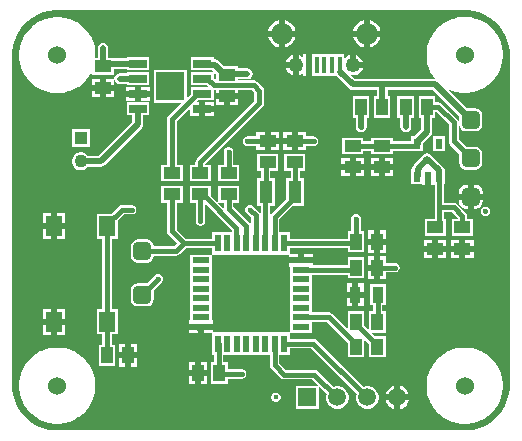
<source format=gtl>
G04*
G04 #@! TF.GenerationSoftware,Altium Limited,Altium Designer,21.9.2 (33)*
G04*
G04 Layer_Physical_Order=1*
G04 Layer_Color=255*
%FSLAX25Y25*%
%MOIN*%
G70*
G04*
G04 #@! TF.SameCoordinates,966C8154-A70F-4D01-A40B-C349B40C5DFB*
G04*
G04*
G04 #@! TF.FilePolarity,Positive*
G04*
G01*
G75*
%ADD16R,0.05512X0.03937*%
%ADD17R,0.05512X0.06693*%
%ADD18R,0.01575X0.05512*%
%ADD19R,0.09409X0.09409*%
%ADD20R,0.06004X0.02559*%
%ADD21R,0.03937X0.05512*%
G04:AMPARAMS|DCode=22|XSize=60mil|YSize=60mil|CornerRadius=15mil|HoleSize=0mil|Usage=FLASHONLY|Rotation=90.000|XOffset=0mil|YOffset=0mil|HoleType=Round|Shape=RoundedRectangle|*
%AMROUNDEDRECTD22*
21,1,0.06000,0.03000,0,0,90.0*
21,1,0.03000,0.06000,0,0,90.0*
1,1,0.03000,0.01500,0.01500*
1,1,0.03000,0.01500,-0.01500*
1,1,0.03000,-0.01500,-0.01500*
1,1,0.03000,-0.01500,0.01500*
%
%ADD22ROUNDEDRECTD22*%
G04:AMPARAMS|DCode=23|XSize=60mil|YSize=60mil|CornerRadius=15mil|HoleSize=0mil|Usage=FLASHONLY|Rotation=0.000|XOffset=0mil|YOffset=0mil|HoleType=Round|Shape=RoundedRectangle|*
%AMROUNDEDRECTD23*
21,1,0.06000,0.03000,0,0,0.0*
21,1,0.03000,0.06000,0,0,0.0*
1,1,0.03000,0.01500,-0.01500*
1,1,0.03000,-0.01500,-0.01500*
1,1,0.03000,-0.01500,0.01500*
1,1,0.03000,0.01500,0.01500*
%
%ADD23ROUNDEDRECTD23*%
%ADD24R,0.02362X0.05807*%
%ADD25R,0.05807X0.02362*%
%ADD26R,0.04331X0.07480*%
%ADD27R,0.03543X0.05512*%
%ADD28R,0.02362X0.03543*%
%ADD50C,0.01500*%
%ADD51C,0.01968*%
%ADD52C,0.06000*%
%ADD53C,0.07284*%
%ADD54C,0.04921*%
%ADD55R,0.05906X0.05906*%
%ADD56C,0.05906*%
%ADD57C,0.04331*%
%ADD58R,0.04331X0.04331*%
%ADD59C,0.01575*%
G36*
X154497Y140674D02*
X156389Y140167D01*
X158199Y139417D01*
X159896Y138437D01*
X161450Y137245D01*
X162835Y135860D01*
X164028Y134305D01*
X165007Y132609D01*
X165757Y130798D01*
X166264Y128906D01*
X166520Y126964D01*
Y125984D01*
Y15748D01*
Y14769D01*
X166264Y12826D01*
X165757Y10934D01*
X165007Y9124D01*
X164028Y7427D01*
X162835Y5873D01*
X161450Y4487D01*
X159896Y3295D01*
X158199Y2315D01*
X156389Y1565D01*
X154497Y1058D01*
X152554Y803D01*
X14769D01*
X12826Y1058D01*
X10934Y1565D01*
X9124Y2315D01*
X7427Y3295D01*
X5873Y4487D01*
X4487Y5873D01*
X3295Y7427D01*
X2315Y9124D01*
X1565Y10934D01*
X1058Y12826D01*
X803Y14769D01*
Y15748D01*
Y125984D01*
Y126964D01*
X1058Y128906D01*
X1565Y130798D01*
X2315Y132609D01*
X3295Y134305D01*
X4487Y135859D01*
X5873Y137245D01*
X7427Y138437D01*
X9124Y139417D01*
X10934Y140167D01*
X12826Y140674D01*
X14769Y140929D01*
X152554D01*
X154497Y140674D01*
D02*
G37*
%LPC*%
G36*
X152358Y138696D02*
X150796D01*
X150744Y138686D01*
X150690Y138689D01*
X149141Y138485D01*
X149090Y138468D01*
X149037Y138464D01*
X147528Y138060D01*
X147480Y138036D01*
X147427Y138026D01*
X145984Y137428D01*
X145939Y137398D01*
X145888Y137381D01*
X144535Y136600D01*
X144495Y136564D01*
X144447Y136540D01*
X143208Y135590D01*
X143172Y135549D01*
X143127Y135519D01*
X142023Y134415D01*
X141993Y134370D01*
X141953Y134335D01*
X141002Y133095D01*
X140978Y133047D01*
X140942Y133007D01*
X140161Y131654D01*
X140144Y131603D01*
X140114Y131558D01*
X139516Y130115D01*
X139506Y130062D01*
X139482Y130014D01*
X139078Y128505D01*
X139074Y128452D01*
X139057Y128401D01*
X138853Y126852D01*
X138857Y126798D01*
X138846Y126746D01*
Y125965D01*
Y125184D01*
X138857Y125131D01*
X138853Y125077D01*
X139057Y123529D01*
X139074Y123478D01*
X139078Y123424D01*
X139482Y121915D01*
X139506Y121867D01*
X139516Y121814D01*
X140104Y120396D01*
X140134Y120351D01*
X140151Y120300D01*
X140901Y119002D01*
X140936Y118961D01*
X140960Y118913D01*
X141615Y118059D01*
X124114D01*
X123619Y117961D01*
X114927D01*
X113672Y119216D01*
X113816Y119177D01*
X114727D01*
X115607Y119413D01*
X116396Y119869D01*
X117041Y120513D01*
X117496Y121302D01*
X117586Y121638D01*
X114272D01*
Y122638D01*
X113272D01*
Y125952D01*
X112936Y125863D01*
X112147Y125407D01*
X111503Y124763D01*
X111430Y124637D01*
Y126194D01*
X101394D01*
Y126394D01*
X100606D01*
Y126194D01*
X100578D01*
Y122638D01*
Y119082D01*
X100606D01*
Y118882D01*
X101394D01*
Y119082D01*
X108660D01*
X112887Y114855D01*
X112887Y114855D01*
X113477Y114461D01*
X114173Y114322D01*
X122196D01*
Y112217D01*
X121247D01*
Y105105D01*
X126784D01*
Y112217D01*
X125835D01*
Y114421D01*
X140880D01*
X149698Y105603D01*
Y102831D01*
X149877Y101933D01*
X150385Y101172D01*
X151146Y100664D01*
X152043Y100486D01*
X155043D01*
X155941Y100664D01*
X156702Y101172D01*
X157210Y101933D01*
X157388Y102831D01*
Y105831D01*
X157210Y106728D01*
X156702Y107489D01*
X155941Y107997D01*
X155043Y108176D01*
X152271D01*
X145782Y114665D01*
X145846Y114628D01*
X145897Y114610D01*
X145942Y114580D01*
X147385Y113983D01*
X147438Y113972D01*
X147486Y113948D01*
X148995Y113544D01*
X149049Y113541D01*
X149100Y113523D01*
X150648Y113319D01*
X150702Y113323D01*
X150755Y113312D01*
X152317D01*
X152370Y113323D01*
X152423Y113319D01*
X153972Y113523D01*
X154023Y113541D01*
X154077Y113544D01*
X155585Y113948D01*
X155633Y113972D01*
X155686Y113983D01*
X157129Y114580D01*
X157174Y114610D01*
X157225Y114628D01*
X158578Y115409D01*
X158618Y115444D01*
X158667Y115468D01*
X159906Y116419D01*
X159941Y116459D01*
X159986Y116489D01*
X161090Y117594D01*
X161120Y117638D01*
X161161Y117674D01*
X162112Y118913D01*
X162135Y118961D01*
X162171Y119002D01*
X162952Y120354D01*
X162969Y120405D01*
X162999Y120450D01*
X163597Y121893D01*
X163607Y121946D01*
X163631Y121994D01*
X164035Y123503D01*
X164039Y123557D01*
X164056Y123608D01*
X164260Y125156D01*
X164257Y125210D01*
X164267Y125263D01*
Y126044D01*
Y126825D01*
X164257Y126877D01*
X164260Y126931D01*
X164056Y128480D01*
X164039Y128531D01*
X164035Y128584D01*
X163631Y130093D01*
X163607Y130141D01*
X163597Y130194D01*
X163009Y131613D01*
X162979Y131658D01*
X162962Y131709D01*
X162212Y133007D01*
X162177Y133047D01*
X162153Y133095D01*
X161202Y134335D01*
X161162Y134370D01*
X161132Y134415D01*
X160028Y135519D01*
X159983Y135549D01*
X159947Y135590D01*
X158708Y136540D01*
X158660Y136564D01*
X158619Y136600D01*
X157267Y137381D01*
X157216Y137398D01*
X157171Y137428D01*
X155728Y138026D01*
X155675Y138036D01*
X155627Y138060D01*
X154118Y138464D01*
X154064Y138468D01*
X154013Y138485D01*
X152465Y138689D01*
X152411Y138686D01*
X152358Y138696D01*
D02*
G37*
G36*
X16568Y138578D02*
X15006D01*
X14953Y138568D01*
X14900Y138571D01*
X13351Y138367D01*
X13300Y138350D01*
X13246Y138346D01*
X11738Y137942D01*
X11689Y137918D01*
X11637Y137908D01*
X10193Y137310D01*
X10149Y137280D01*
X10098Y137263D01*
X8745Y136482D01*
X8705Y136446D01*
X8656Y136423D01*
X7417Y135472D01*
X7382Y135431D01*
X7337Y135401D01*
X6233Y134297D01*
X6202Y134252D01*
X6162Y134217D01*
X5211Y132977D01*
X5187Y132929D01*
X5152Y132889D01*
X4371Y131536D01*
X4354Y131485D01*
X4324Y131440D01*
X3726Y129997D01*
X3715Y129945D01*
X3692Y129896D01*
X3288Y128387D01*
X3284Y128334D01*
X3267Y128283D01*
X3063Y126734D01*
X3066Y126681D01*
X3056Y126628D01*
Y125847D01*
Y125066D01*
X3066Y125013D01*
X3063Y124959D01*
X3267Y123411D01*
X3284Y123360D01*
X3288Y123306D01*
X3669Y121882D01*
X3693Y121834D01*
X3703Y121781D01*
X4287Y120371D01*
X4317Y120326D01*
X4335Y120275D01*
X5116Y118923D01*
X5151Y118882D01*
X5175Y118834D01*
X6126Y117595D01*
X6166Y117559D01*
X6196Y117515D01*
X7300Y116410D01*
X7345Y116380D01*
X7381Y116340D01*
X8620Y115389D01*
X8668Y115365D01*
X8709Y115330D01*
X10061Y114549D01*
X10112Y114531D01*
X10157Y114502D01*
X11600Y113904D01*
X11653Y113893D01*
X11701Y113870D01*
X13210Y113465D01*
X13264Y113462D01*
X13315Y113444D01*
X14863Y113241D01*
X14917Y113244D01*
X14970Y113233D01*
X16532D01*
X16584Y113244D01*
X16638Y113241D01*
X18187Y113444D01*
X18238Y113462D01*
X18291Y113465D01*
X19800Y113870D01*
X19848Y113893D01*
X19901Y113904D01*
X21344Y114502D01*
X21389Y114531D01*
X21440Y114549D01*
X22793Y115330D01*
X22833Y115365D01*
X22881Y115389D01*
X24121Y116340D01*
X24156Y116380D01*
X24201Y116410D01*
X25305Y117515D01*
X25335Y117559D01*
X25376Y117595D01*
X26326Y118834D01*
X26350Y118882D01*
X26386Y118923D01*
X27167Y120275D01*
X27184Y120326D01*
X27214Y120371D01*
X27417Y120862D01*
X27448Y120908D01*
Y119377D01*
X34560D01*
Y121232D01*
X38867D01*
Y120972D01*
X46471D01*
Y125131D01*
X38867D01*
Y124870D01*
X34560D01*
Y124914D01*
X32823D01*
Y128150D01*
X32685Y128846D01*
X32290Y129436D01*
X31700Y129830D01*
X31004Y129969D01*
X30308Y129830D01*
X29718Y129436D01*
X29323Y128846D01*
X29185Y128150D01*
Y124914D01*
X28453D01*
X28475Y125077D01*
X28471Y125131D01*
X28482Y125184D01*
Y125965D01*
Y126746D01*
X28471Y126798D01*
X28475Y126852D01*
X28271Y128401D01*
X28254Y128452D01*
X28250Y128505D01*
X27869Y129929D01*
X27845Y129978D01*
X27834Y130030D01*
X27250Y131440D01*
X27220Y131485D01*
X27203Y131536D01*
X26422Y132889D01*
X26387Y132929D01*
X26363Y132977D01*
X25412Y134217D01*
X25372Y134252D01*
X25342Y134297D01*
X24237Y135401D01*
X24192Y135431D01*
X24157Y135472D01*
X22918Y136423D01*
X22870Y136446D01*
X22829Y136482D01*
X21476Y137263D01*
X21425Y137280D01*
X21381Y137310D01*
X19938Y137908D01*
X19885Y137918D01*
X19837Y137942D01*
X18328Y138346D01*
X18274Y138350D01*
X18223Y138367D01*
X16675Y138571D01*
X16621Y138568D01*
X16568Y138578D01*
D02*
G37*
G36*
X119898Y137608D02*
Y134071D01*
X123435D01*
X123223Y134862D01*
X122612Y135921D01*
X121748Y136785D01*
X120689Y137396D01*
X119898Y137608D01*
D02*
G37*
G36*
X91551D02*
Y134071D01*
X95089D01*
X94877Y134862D01*
X94266Y135921D01*
X93401Y136785D01*
X92343Y137396D01*
X91551Y137608D01*
D02*
G37*
G36*
X89551D02*
X88759Y137396D01*
X87701Y136785D01*
X86837Y135921D01*
X86226Y134862D01*
X86014Y134071D01*
X89551D01*
Y137608D01*
D02*
G37*
G36*
X117898D02*
X117106Y137396D01*
X116048Y136785D01*
X115183Y135921D01*
X114572Y134862D01*
X114360Y134071D01*
X117898D01*
Y137608D01*
D02*
G37*
G36*
X123435Y132071D02*
X119898D01*
Y128533D01*
X120689Y128745D01*
X121748Y129357D01*
X122612Y130221D01*
X123223Y131279D01*
X123435Y132071D01*
D02*
G37*
G36*
X95089D02*
X91551D01*
Y128533D01*
X92343Y128745D01*
X93401Y129357D01*
X94266Y130221D01*
X94877Y131279D01*
X95089Y132071D01*
D02*
G37*
G36*
X89551D02*
X86014D01*
X86226Y131279D01*
X86837Y130221D01*
X87701Y129357D01*
X88759Y128745D01*
X89551Y128533D01*
Y132071D01*
D02*
G37*
G36*
X117898D02*
X114360D01*
X114572Y131279D01*
X115183Y130221D01*
X116048Y129357D01*
X117106Y128745D01*
X117898Y128533D01*
Y132071D01*
D02*
G37*
G36*
X98606Y126394D02*
X97819D01*
Y124890D01*
X97302Y125407D01*
X96513Y125863D01*
X96177Y125953D01*
Y122638D01*
Y119323D01*
X96513Y119413D01*
X97302Y119869D01*
X97819Y120386D01*
Y118882D01*
X98606D01*
Y122638D01*
Y126394D01*
D02*
G37*
G36*
X115272Y125953D02*
Y123638D01*
X117586D01*
X117496Y123974D01*
X117041Y124763D01*
X116396Y125407D01*
X115607Y125863D01*
X115272Y125953D01*
D02*
G37*
G36*
X94177D02*
X93841Y125863D01*
X93052Y125407D01*
X92408Y124763D01*
X91952Y123974D01*
X91862Y123638D01*
X94177D01*
Y125953D01*
D02*
G37*
G36*
X46471Y120131D02*
X38867D01*
Y119870D01*
X36911D01*
X36614Y119930D01*
X35918Y119791D01*
X35328Y119397D01*
X34933Y118806D01*
X34795Y118110D01*
X34933Y117414D01*
X35328Y116824D01*
X35387Y116765D01*
X35387Y116765D01*
X35977Y116370D01*
X36673Y116232D01*
X38867D01*
Y115972D01*
X46471D01*
Y120131D01*
D02*
G37*
G36*
X94177Y121638D02*
X91862D01*
X91952Y121302D01*
X92408Y120513D01*
X93052Y119869D01*
X93841Y119413D01*
X94177Y119323D01*
Y121638D01*
D02*
G37*
G36*
X67826Y125131D02*
X60222D01*
Y120972D01*
X64143D01*
X64319Y120937D01*
X64319Y120937D01*
X67477D01*
X68794Y119620D01*
Y117486D01*
X68546D01*
X67826Y118207D01*
Y120131D01*
X60222D01*
Y115972D01*
X65591D01*
X66432Y115131D01*
X60222D01*
Y113060D01*
X58851Y111689D01*
Y121056D01*
X47842D01*
Y110047D01*
X57208D01*
X52820Y105658D01*
X52477Y105145D01*
X52357Y104540D01*
Y89383D01*
X50381D01*
Y83846D01*
X57493D01*
Y89383D01*
X55517D01*
Y103886D01*
X60022Y108390D01*
Y105772D01*
X63024D01*
Y108051D01*
X64024D01*
D01*
X63024D01*
Y110331D01*
X61962D01*
X62603Y110972D01*
X67826D01*
Y114338D01*
X67892Y114325D01*
X68594D01*
Y113337D01*
X72350D01*
X76106D01*
Y114325D01*
X80582D01*
X81490Y113417D01*
Y110497D01*
X62268Y91275D01*
X61926Y90762D01*
X61805Y90158D01*
Y89383D01*
X59830D01*
Y83846D01*
X66942D01*
Y89383D01*
X64966D01*
Y89503D01*
X84188Y108725D01*
X84531Y109238D01*
X84651Y109843D01*
Y114071D01*
X84531Y114676D01*
X84188Y115189D01*
X82354Y117023D01*
X81841Y117366D01*
X81237Y117486D01*
X75906D01*
Y117866D01*
X79134D01*
X79830Y118004D01*
X80420Y118399D01*
X80815Y118989D01*
X80953Y119685D01*
X80815Y120381D01*
X80420Y120971D01*
X79830Y121366D01*
X79134Y121504D01*
X75906D01*
Y122193D01*
X71367D01*
X69517Y124042D01*
X68927Y124437D01*
X68231Y124575D01*
X68231Y124575D01*
X67826D01*
Y125131D01*
D02*
G37*
G36*
X34760Y118027D02*
X32004D01*
Y116059D01*
X34760D01*
Y118027D01*
D02*
G37*
G36*
X30004D02*
X27248D01*
Y116059D01*
X30004D01*
Y118027D01*
D02*
G37*
G36*
X46671Y115331D02*
X43669D01*
Y114051D01*
X46671D01*
Y115331D01*
D02*
G37*
G36*
X41669D02*
X38667D01*
Y114051D01*
X41669D01*
Y115331D01*
D02*
G37*
G36*
X34760Y114059D02*
X32004D01*
Y112091D01*
X34760D01*
Y114059D01*
D02*
G37*
G36*
X30004D02*
X27248D01*
Y112091D01*
X30004D01*
Y114059D01*
D02*
G37*
G36*
X46671Y112051D02*
X43669D01*
Y110772D01*
X46671D01*
Y112051D01*
D02*
G37*
G36*
X41669D02*
X38667D01*
Y110772D01*
X41669D01*
Y112051D01*
D02*
G37*
G36*
X76106Y111337D02*
X73350D01*
Y109369D01*
X76106D01*
Y111337D01*
D02*
G37*
G36*
X71350D02*
X68594D01*
Y109369D01*
X71350D01*
Y111337D01*
D02*
G37*
G36*
X68026Y110331D02*
X65024D01*
Y109051D01*
X68026D01*
Y110331D01*
D02*
G37*
G36*
Y107051D02*
X65024D01*
Y105772D01*
X68026D01*
Y107051D01*
D02*
G37*
G36*
X119698Y112217D02*
X114161D01*
Y105105D01*
X115194D01*
Y102081D01*
X115332Y101385D01*
X115727Y100795D01*
X116317Y100400D01*
X117013Y100262D01*
X117709Y100400D01*
X118300Y100795D01*
X118694Y101385D01*
X118833Y102081D01*
Y105105D01*
X119698D01*
Y112217D01*
D02*
G37*
G36*
X134658D02*
X129121D01*
Y105105D01*
X130071D01*
Y101969D01*
X130209Y101272D01*
X130603Y100682D01*
X131194Y100288D01*
X131890Y100149D01*
X132586Y100288D01*
X133176Y100682D01*
X133571Y101272D01*
X133709Y101969D01*
Y105105D01*
X134658D01*
Y112217D01*
D02*
G37*
G36*
X93882Y100213D02*
X91126D01*
Y98244D01*
X93882D01*
Y100213D01*
D02*
G37*
G36*
X89583D02*
X86827D01*
Y98244D01*
X89583D01*
Y100213D01*
D02*
G37*
G36*
X26587Y101391D02*
X20657D01*
Y95460D01*
X26587D01*
Y101391D01*
D02*
G37*
G36*
X98638Y100213D02*
X95882D01*
Y97244D01*
Y94276D01*
X98638D01*
Y95664D01*
X101181D01*
X101786Y95784D01*
X102299Y96127D01*
X102641Y96639D01*
X102761Y97244D01*
X102641Y97849D01*
X102299Y98362D01*
X101786Y98704D01*
X101181Y98825D01*
X98638D01*
Y100213D01*
D02*
G37*
G36*
X93882Y96244D02*
X91126D01*
Y94276D01*
X93882D01*
Y96244D01*
D02*
G37*
G36*
X89583D02*
X86827D01*
Y94276D01*
X89583D01*
Y96244D01*
D02*
G37*
G36*
X84827Y100213D02*
X82071D01*
Y98825D01*
X79134D01*
X78529Y98704D01*
X78016Y98362D01*
X77674Y97849D01*
X77553Y97244D01*
X77674Y96639D01*
X78016Y96127D01*
X78529Y95784D01*
X79134Y95664D01*
X82071D01*
Y94276D01*
X84827D01*
Y97244D01*
Y100213D01*
D02*
G37*
G36*
X145091Y99028D02*
X141129D01*
Y93885D01*
X145091D01*
Y99028D01*
D02*
G37*
G36*
X46471Y110131D02*
X38867D01*
Y105972D01*
X40799D01*
Y103608D01*
X29561Y92370D01*
X25996D01*
X25995Y92372D01*
X25443Y92924D01*
X24767Y93314D01*
X24012Y93516D01*
X23232D01*
X22478Y93314D01*
X21801Y92924D01*
X21249Y92372D01*
X20859Y91696D01*
X20657Y90942D01*
Y90161D01*
X20859Y89407D01*
X21249Y88730D01*
X21801Y88178D01*
X22478Y87788D01*
X23232Y87586D01*
X24012D01*
X24767Y87788D01*
X25443Y88178D01*
X25995Y88730D01*
X25996Y88732D01*
X30315D01*
X30315Y88732D01*
X31011Y88871D01*
X31601Y89265D01*
X43905Y101568D01*
X43905Y101568D01*
X44299Y102158D01*
X44437Y102854D01*
Y105972D01*
X46471D01*
Y110131D01*
D02*
G37*
G36*
X117929Y91551D02*
X115173D01*
Y89583D01*
X117929D01*
Y91551D01*
D02*
G37*
G36*
X113173D02*
X110417D01*
Y89583D01*
X113173D01*
Y91551D01*
D02*
G37*
G36*
X127772Y91551D02*
X125016D01*
Y89583D01*
X127772D01*
Y91551D01*
D02*
G37*
G36*
X123016D02*
X120260D01*
Y89583D01*
X123016D01*
Y91551D01*
D02*
G37*
G36*
X141745Y112217D02*
X136208D01*
Y105105D01*
X137157D01*
Y101147D01*
X135038Y99028D01*
X133649D01*
Y97250D01*
X127572D01*
Y98438D01*
X120460D01*
Y97250D01*
X117729D01*
Y98438D01*
X110617D01*
Y92901D01*
X117729D01*
Y94089D01*
X120460D01*
Y92901D01*
X127572D01*
Y94089D01*
X133649D01*
Y93885D01*
X137611D01*
Y95986D01*
X137646Y96161D01*
Y96491D01*
X140263Y99107D01*
X140263Y99107D01*
X140657Y99698D01*
X140796Y100394D01*
X140796Y100394D01*
Y105105D01*
X141745D01*
Y107081D01*
X142160D01*
X146353Y102889D01*
Y97146D01*
X146473Y96541D01*
X146816Y96028D01*
X149716Y93127D01*
X149698Y93035D01*
Y90035D01*
X149877Y89138D01*
X150385Y88377D01*
X151146Y87869D01*
X152043Y87690D01*
X155043D01*
X155941Y87869D01*
X156702Y88377D01*
X157210Y89138D01*
X157388Y90035D01*
Y93035D01*
X157210Y93933D01*
X156702Y94694D01*
X155941Y95202D01*
X155043Y95381D01*
X152043D01*
X151952Y95362D01*
X149513Y97800D01*
Y103543D01*
X149393Y104148D01*
X149051Y104661D01*
X143932Y109779D01*
X143420Y110122D01*
X142815Y110242D01*
X141745D01*
Y112217D01*
D02*
G37*
G36*
X127772Y87583D02*
X125016D01*
Y85614D01*
X127772D01*
Y87583D01*
D02*
G37*
G36*
X123016D02*
X120260D01*
Y85614D01*
X123016D01*
Y87583D01*
D02*
G37*
G36*
X117929Y87583D02*
X115173D01*
Y85614D01*
X117929D01*
Y87583D01*
D02*
G37*
G36*
X113173D02*
X110417D01*
Y85614D01*
X113173D01*
Y87583D01*
D02*
G37*
G36*
X73150Y95288D02*
X72519D01*
X71935Y95047D01*
X71489Y94600D01*
X71247Y94016D01*
Y93385D01*
X71254Y93368D01*
Y89383D01*
X69279D01*
Y83846D01*
X76390D01*
Y89383D01*
X74415D01*
Y93368D01*
X74422Y93385D01*
Y94016D01*
X74180Y94600D01*
X73734Y95047D01*
X73150Y95288D01*
D02*
G37*
G36*
X155043Y82789D02*
X154543D01*
Y79740D01*
X157592D01*
Y80240D01*
X157398Y81216D01*
X156846Y82043D01*
X156019Y82595D01*
X155043Y82789D01*
D02*
G37*
G36*
X152543D02*
X152043D01*
X151068Y82595D01*
X150241Y82043D01*
X149688Y81216D01*
X149494Y80240D01*
Y79740D01*
X152543D01*
Y82789D01*
D02*
G37*
G36*
X157592Y77740D02*
X154543D01*
Y74691D01*
X155043D01*
X156019Y74885D01*
X156846Y75438D01*
X157398Y76265D01*
X157592Y77240D01*
Y77740D01*
D02*
G37*
G36*
X152543D02*
X149494D01*
Y77240D01*
X149688Y76265D01*
X150241Y75438D01*
X151068Y74885D01*
X152043Y74691D01*
X152543D01*
Y77740D01*
D02*
G37*
G36*
X40867Y75997D02*
X40235D01*
X40218Y75990D01*
X37303D01*
X36698Y75870D01*
X36186Y75527D01*
X33703Y73044D01*
X28826D01*
Y64751D01*
X30801D01*
Y41154D01*
X28826D01*
Y32861D01*
X30703D01*
Y29442D01*
X29515D01*
Y22330D01*
X35052D01*
Y29442D01*
X33864D01*
Y32861D01*
X35938D01*
Y41154D01*
X33962D01*
Y64751D01*
X35938D01*
Y70809D01*
X37958Y72829D01*
X40218D01*
X40235Y72822D01*
X40867D01*
X41450Y73064D01*
X41897Y73510D01*
X42139Y74094D01*
Y74725D01*
X41897Y75309D01*
X41450Y75755D01*
X40867Y75997D01*
D02*
G37*
G36*
X98438Y92926D02*
X91326D01*
Y87389D01*
X93498D01*
Y84855D01*
X92113D01*
Y78010D01*
X87072Y72968D01*
X86729Y72455D01*
X86718Y72401D01*
Y75775D01*
X88202D01*
Y84855D01*
X86817D01*
Y87389D01*
X89383D01*
Y92926D01*
X82271D01*
Y87389D01*
X83656D01*
Y84855D01*
X82271D01*
Y75775D01*
X83557D01*
Y66845D01*
X83470D01*
Y72519D01*
X83350Y73124D01*
X83007Y73637D01*
X81387Y75257D01*
X81365Y75309D01*
X80919Y75755D01*
X80335Y75997D01*
X79704D01*
X79120Y75755D01*
X78674Y75309D01*
X78432Y74725D01*
Y74094D01*
X78559Y73788D01*
X78560Y73784D01*
X78562Y73781D01*
X78674Y73510D01*
X78882Y73303D01*
X78902Y73272D01*
X80309Y71864D01*
Y68905D01*
X80200Y69454D01*
X79858Y69967D01*
X74415Y75410D01*
Y76759D01*
X76390D01*
Y82296D01*
X69279D01*
Y76759D01*
X71254D01*
Y74755D01*
X71272Y74663D01*
X66942Y78994D01*
Y82296D01*
X59830D01*
Y76759D01*
X61904D01*
Y71002D01*
X61897Y70985D01*
Y70354D01*
X62138Y69770D01*
X62585Y69324D01*
X63169Y69082D01*
X63800D01*
X64383Y69324D01*
X64830Y69770D01*
X65072Y70354D01*
Y70985D01*
X65065Y71002D01*
Y76401D01*
X73825Y67641D01*
Y66845D01*
X67310D01*
Y64722D01*
X58591D01*
X55517Y67796D01*
Y76759D01*
X57493D01*
Y82296D01*
X50381D01*
Y76759D01*
X52357D01*
Y67141D01*
X52477Y66536D01*
X52820Y66023D01*
X55701Y63142D01*
X54770Y62210D01*
X47924D01*
X47761Y63027D01*
X47253Y63788D01*
X46492Y64297D01*
X45594Y64475D01*
X42595D01*
X41697Y64297D01*
X40936Y63788D01*
X40428Y63027D01*
X40249Y62130D01*
Y59130D01*
X40428Y58232D01*
X40936Y57472D01*
X41697Y56963D01*
X42595Y56785D01*
X45594D01*
X46492Y56963D01*
X47253Y57472D01*
X47761Y58232D01*
X47924Y59049D01*
X55424D01*
X56029Y59170D01*
X56542Y59512D01*
X58591Y61561D01*
X67310D01*
Y59461D01*
X59926D01*
Y55499D01*
Y52350D01*
Y49200D01*
Y46050D01*
Y42901D01*
Y39751D01*
Y37614D01*
X59726D01*
Y36433D01*
X67533D01*
Y37614D01*
X67334D01*
Y39751D01*
Y42901D01*
Y46050D01*
Y49200D01*
Y52350D01*
Y55499D01*
Y59438D01*
X93097D01*
Y58480D01*
X96000D01*
Y59661D01*
X93320D01*
Y61561D01*
X112586D01*
Y60224D01*
X118123D01*
Y67335D01*
X116935D01*
Y70927D01*
X116942Y70944D01*
Y71576D01*
X116700Y72159D01*
X116253Y72606D01*
X115670Y72847D01*
X115039D01*
X114455Y72606D01*
X114009Y72159D01*
X113767Y71576D01*
Y70944D01*
X113774Y70927D01*
Y67335D01*
X112586D01*
Y64722D01*
X93320D01*
Y66845D01*
X89769D01*
Y71196D01*
X94348Y75775D01*
X98044D01*
Y84855D01*
X96659D01*
Y87389D01*
X98438D01*
Y92926D01*
D02*
G37*
G36*
X158465Y75399D02*
X158465D01*
X157860Y75279D01*
X157347Y74936D01*
X157004Y74424D01*
X156884Y73819D01*
X157004Y73214D01*
X157347Y72701D01*
X157860Y72359D01*
X158465Y72238D01*
X158465D01*
X159069Y72359D01*
X159582Y72701D01*
X159925Y73214D01*
X160045Y73819D01*
X159925Y74424D01*
X159582Y74936D01*
X159069Y75279D01*
X158465Y75399D01*
D02*
G37*
G36*
X18421Y73244D02*
X15665D01*
Y69898D01*
X18421D01*
Y73244D01*
D02*
G37*
G36*
X13665D02*
X10909D01*
Y69898D01*
X13665D01*
Y73244D01*
D02*
G37*
G36*
X139075Y93158D02*
X138379Y93019D01*
X137788Y92625D01*
X137749Y92566D01*
X137690Y92527D01*
X134540Y89377D01*
X134146Y88787D01*
X134008Y88090D01*
X134008Y88090D01*
Y88005D01*
X133649D01*
Y82861D01*
X137189D01*
Y82661D01*
X138370D01*
Y85433D01*
X140370D01*
Y82661D01*
X141530D01*
Y75295D01*
Y71272D01*
X138176D01*
Y65735D01*
X145288D01*
Y71272D01*
X144691D01*
Y73616D01*
X147278D01*
X149207Y71688D01*
Y71272D01*
X147231D01*
Y65735D01*
X154343D01*
Y71272D01*
X152368D01*
Y72342D01*
X152248Y72947D01*
X151905Y73460D01*
X149051Y76314D01*
X148538Y76657D01*
X147933Y76777D01*
X144691D01*
Y82861D01*
X145091D01*
Y88005D01*
X144632D01*
X144594Y88196D01*
X144200Y88786D01*
X144200Y88786D01*
X140361Y92625D01*
X139771Y93019D01*
X139075Y93158D01*
D02*
G37*
G36*
X125409Y67535D02*
X123441D01*
Y64780D01*
X125409D01*
Y67535D01*
D02*
G37*
G36*
X121441D02*
X119472D01*
Y64780D01*
X121441D01*
Y67535D01*
D02*
G37*
G36*
X18421Y67898D02*
X15665D01*
Y64551D01*
X18421D01*
Y67898D01*
D02*
G37*
G36*
X13665D02*
X10909D01*
Y64551D01*
X13665D01*
Y67898D01*
D02*
G37*
G36*
X145488Y64386D02*
X142732D01*
Y62417D01*
X145488D01*
Y64386D01*
D02*
G37*
G36*
X140732D02*
X137976D01*
Y62417D01*
X140732D01*
Y64386D01*
D02*
G37*
G36*
X154543Y64386D02*
X151787D01*
Y62417D01*
X154543D01*
Y64386D01*
D02*
G37*
G36*
X149787D02*
X147031D01*
Y62417D01*
X149787D01*
Y64386D01*
D02*
G37*
G36*
X125409Y62779D02*
X123441D01*
Y60024D01*
X125409D01*
Y62779D01*
D02*
G37*
G36*
X121441D02*
X119472D01*
Y60024D01*
X121441D01*
Y62779D01*
D02*
G37*
G36*
X100903Y59661D02*
X98000D01*
Y58480D01*
X100903D01*
Y59661D01*
D02*
G37*
G36*
X154543Y60417D02*
X151787D01*
Y58449D01*
X154543D01*
Y60417D01*
D02*
G37*
G36*
X149787D02*
X147031D01*
Y58449D01*
X149787D01*
Y60417D01*
D02*
G37*
G36*
X145488Y60417D02*
X142732D01*
Y58449D01*
X145488D01*
Y60417D01*
D02*
G37*
G36*
X140732D02*
X137976D01*
Y58449D01*
X140732D01*
Y60417D01*
D02*
G37*
G36*
X121441Y58874D02*
X119473D01*
Y56118D01*
X121441D01*
Y58874D01*
D02*
G37*
G36*
X118123Y58674D02*
X112586D01*
Y55911D01*
X100903D01*
Y56480D01*
X93097D01*
Y55299D01*
X93296D01*
Y52350D01*
Y49200D01*
Y46050D01*
Y42901D01*
Y39751D01*
Y36602D01*
Y33475D01*
X67533D01*
Y34433D01*
X64630D01*
Y33252D01*
X67310D01*
Y26068D01*
X67957D01*
Y23536D01*
X67015D01*
Y16424D01*
X72552D01*
Y18105D01*
X76833D01*
X76850Y18098D01*
X77481D01*
X78065Y18339D01*
X78511Y18786D01*
X78753Y19369D01*
Y20001D01*
X78511Y20584D01*
X78065Y21031D01*
X77481Y21272D01*
X76850D01*
X76833Y21265D01*
X72552D01*
Y23536D01*
X71118D01*
Y26068D01*
X86609D01*
Y22539D01*
X86729Y21935D01*
X87072Y21422D01*
X90171Y18323D01*
X90684Y17980D01*
X91288Y17860D01*
X100811D01*
X105558Y13113D01*
X105342Y12305D01*
Y11317D01*
X105597Y10362D01*
X106091Y9507D01*
X106790Y8808D01*
X107646Y8314D01*
X108600Y8058D01*
X109589D01*
X110543Y8314D01*
X111399Y8808D01*
X112097Y9507D01*
X112592Y10362D01*
X112847Y11317D01*
Y12305D01*
X112592Y13260D01*
X112097Y14115D01*
X111399Y14814D01*
X110543Y15308D01*
X109589Y15564D01*
X108600D01*
X107793Y15347D01*
X102583Y20558D01*
X102070Y20900D01*
X101465Y21020D01*
X91943D01*
X89769Y23194D01*
Y26068D01*
X93320D01*
Y28191D01*
X100479D01*
X115558Y13113D01*
X115342Y12305D01*
Y11317D01*
X115597Y10362D01*
X116092Y9507D01*
X116790Y8808D01*
X117646Y8314D01*
X118600Y8058D01*
X119589D01*
X120543Y8314D01*
X121399Y8808D01*
X122097Y9507D01*
X122591Y10362D01*
X122847Y11317D01*
Y12305D01*
X122591Y13260D01*
X122097Y14115D01*
X121399Y14814D01*
X120543Y15308D01*
X119589Y15564D01*
X118600D01*
X117793Y15347D01*
X102251Y30889D01*
X101739Y31232D01*
X101134Y31352D01*
X93320D01*
Y33452D01*
X100704D01*
Y36602D01*
Y37002D01*
X105645D01*
X112586Y30061D01*
Y25184D01*
X118123D01*
Y31217D01*
X119673Y29667D01*
Y25184D01*
X125209D01*
Y32296D01*
X121514D01*
X120358Y33452D01*
X125209D01*
Y40564D01*
X124120D01*
Y42507D01*
X125209D01*
Y49619D01*
X120066D01*
Y42507D01*
X120959D01*
Y40564D01*
X119673D01*
Y34137D01*
X118123Y35687D01*
Y40564D01*
X112586D01*
Y34531D01*
X107417Y39700D01*
X106904Y40043D01*
X106299Y40163D01*
X100704D01*
Y42901D01*
Y46050D01*
Y49200D01*
Y52350D01*
Y52750D01*
X112586D01*
Y51562D01*
X118123D01*
Y58674D01*
D02*
G37*
G36*
X125409Y58874D02*
X123441D01*
Y55118D01*
Y51362D01*
X125409D01*
Y53538D01*
X128347D01*
X128951Y53658D01*
X129464Y54001D01*
X129806Y54513D01*
X129927Y55118D01*
X129806Y55723D01*
X129464Y56236D01*
X128951Y56578D01*
X128347Y56699D01*
X125409D01*
Y58874D01*
D02*
G37*
G36*
X121441Y54118D02*
X119473D01*
Y51362D01*
X121441D01*
Y54118D01*
D02*
G37*
G36*
X49627Y52965D02*
X48995D01*
X48412Y52724D01*
X47965Y52277D01*
X47889Y52092D01*
X45686Y49890D01*
X45594Y49908D01*
X42595D01*
X41697Y49730D01*
X40936Y49221D01*
X40428Y48460D01*
X40249Y47563D01*
Y44563D01*
X40428Y43666D01*
X40936Y42905D01*
X41697Y42396D01*
X42595Y42218D01*
X45594D01*
X46492Y42396D01*
X47253Y42905D01*
X47761Y43666D01*
X47940Y44563D01*
Y47563D01*
X47921Y47655D01*
X50330Y50064D01*
X50508Y50330D01*
X50657Y50479D01*
X50898Y51062D01*
Y51694D01*
X50657Y52277D01*
X50210Y52724D01*
X49627Y52965D01*
D02*
G37*
G36*
X117929Y49819D02*
X116157D01*
Y47063D01*
X117929D01*
Y49819D01*
D02*
G37*
G36*
X114157D02*
X112386D01*
Y47063D01*
X114157D01*
Y49819D01*
D02*
G37*
G36*
X117929Y45063D02*
X116157D01*
Y42307D01*
X117929D01*
Y45063D01*
D02*
G37*
G36*
X114157D02*
X112386D01*
Y42307D01*
X114157D01*
Y45063D01*
D02*
G37*
G36*
X18421Y41354D02*
X15665D01*
Y38008D01*
X18421D01*
Y41354D01*
D02*
G37*
G36*
X13665D02*
X10909D01*
Y38008D01*
X13665D01*
Y41354D01*
D02*
G37*
G36*
X62630Y34433D02*
X59726D01*
Y33252D01*
X62630D01*
Y34433D01*
D02*
G37*
G36*
X18421Y36008D02*
X15665D01*
Y32661D01*
X18421D01*
Y36008D01*
D02*
G37*
G36*
X13665D02*
X10909D01*
Y32661D01*
X13665D01*
Y36008D01*
D02*
G37*
G36*
X16532Y28460D02*
X14970D01*
X14917Y28449D01*
X14863Y28453D01*
X13315Y28249D01*
X13264Y28232D01*
X13210Y28228D01*
X11701Y27824D01*
X11653Y27800D01*
X11600Y27790D01*
X10157Y27192D01*
X10112Y27162D01*
X10061Y27145D01*
X8709Y26364D01*
X8668Y26328D01*
X8620Y26304D01*
X7381Y25353D01*
X7345Y25313D01*
X7300Y25283D01*
X6196Y24179D01*
X6166Y24134D01*
X6126Y24098D01*
X5175Y22859D01*
X5151Y22811D01*
X5116Y22771D01*
X4335Y21418D01*
X4317Y21367D01*
X4287Y21322D01*
X3690Y19879D01*
X3679Y19826D01*
X3655Y19778D01*
X3251Y18269D01*
X3247Y18215D01*
X3230Y18165D01*
X3026Y16616D01*
X3030Y16562D01*
X3019Y16510D01*
Y15729D01*
Y14947D01*
X3030Y14895D01*
X3026Y14841D01*
X3230Y13293D01*
X3247Y13241D01*
X3251Y13188D01*
X3655Y11679D01*
X3679Y11631D01*
X3690Y11578D01*
X4287Y10135D01*
X4317Y10090D01*
X4335Y10039D01*
X5105Y8704D01*
X5141Y8664D01*
X5165Y8615D01*
X6084Y7417D01*
X6125Y7382D01*
X6154Y7337D01*
X7259Y6233D01*
X7304Y6202D01*
X7339Y6162D01*
X8578Y5211D01*
X8627Y5187D01*
X8667Y5152D01*
X10020Y4371D01*
X10071Y4354D01*
X10115Y4324D01*
X11558Y3726D01*
X11611Y3715D01*
X11660Y3692D01*
X13168Y3288D01*
X13222Y3284D01*
X13273Y3267D01*
X14822Y3063D01*
X14875Y3066D01*
X14928Y3056D01*
X16490D01*
X16543Y3066D01*
X16597Y3063D01*
X18145Y3267D01*
X18196Y3284D01*
X18250Y3288D01*
X19759Y3692D01*
X19807Y3716D01*
X19860Y3726D01*
X21303Y4324D01*
X21347Y4354D01*
X21398Y4371D01*
X22751Y5152D01*
X22791Y5187D01*
X22840Y5211D01*
X24079Y6162D01*
X24114Y6202D01*
X24159Y6233D01*
X25264Y7337D01*
X25293Y7382D01*
X25334Y7417D01*
X26285Y8656D01*
X26309Y8705D01*
X26344Y8745D01*
X27125Y10098D01*
X27142Y10149D01*
X27172Y10193D01*
X27770Y11637D01*
X27781Y11689D01*
X27804Y11738D01*
X28209Y13246D01*
X28212Y13300D01*
X28229Y13351D01*
X28433Y14900D01*
X28430Y14953D01*
X28440Y15006D01*
Y15787D01*
Y16568D01*
X28430Y16621D01*
X28433Y16675D01*
X28229Y18223D01*
X28212Y18274D01*
X28209Y18328D01*
X27804Y19837D01*
X27781Y19885D01*
X27770Y19938D01*
X27172Y21381D01*
X27142Y21425D01*
X27125Y21476D01*
X26354Y22812D01*
X26319Y22852D01*
X26295Y22900D01*
X25376Y24098D01*
X25335Y24134D01*
X25305Y24179D01*
X24201Y25283D01*
X24156Y25313D01*
X24121Y25353D01*
X22881Y26304D01*
X22833Y26328D01*
X22793Y26364D01*
X21440Y27145D01*
X21389Y27162D01*
X21344Y27192D01*
X19901Y27790D01*
X19848Y27800D01*
X19800Y27824D01*
X18291Y28228D01*
X18238Y28232D01*
X18187Y28249D01*
X16638Y28453D01*
X16584Y28449D01*
X16532Y28460D01*
D02*
G37*
G36*
X152317Y28440D02*
X150755D01*
X150702Y28430D01*
X150648Y28433D01*
X149100Y28229D01*
X149049Y28212D01*
X148995Y28209D01*
X147486Y27804D01*
X147438Y27781D01*
X147385Y27770D01*
X145970Y27184D01*
X145925Y27154D01*
X145874Y27136D01*
X144535Y26364D01*
X144495Y26328D01*
X144447Y26304D01*
X143208Y25353D01*
X143172Y25313D01*
X143127Y25283D01*
X142023Y24179D01*
X141993Y24134D01*
X141953Y24098D01*
X141002Y22859D01*
X140978Y22811D01*
X140942Y22771D01*
X140161Y21418D01*
X140144Y21367D01*
X140114Y21322D01*
X139516Y19879D01*
X139506Y19826D01*
X139482Y19778D01*
X139078Y18269D01*
X139074Y18215D01*
X139057Y18165D01*
X138853Y16616D01*
X138857Y16562D01*
X138846Y16510D01*
Y15729D01*
Y14947D01*
X138857Y14895D01*
X138853Y14841D01*
X139057Y13293D01*
X139074Y13241D01*
X139078Y13188D01*
X139482Y11679D01*
X139506Y11631D01*
X139516Y11578D01*
X140114Y10135D01*
X140144Y10090D01*
X140161Y10039D01*
X140942Y8687D01*
X140978Y8646D01*
X141002Y8598D01*
X141953Y7359D01*
X141993Y7323D01*
X142023Y7278D01*
X143127Y6174D01*
X143172Y6144D01*
X143208Y6104D01*
X144447Y5153D01*
X144495Y5129D01*
X144535Y5094D01*
X145888Y4312D01*
X145939Y4295D01*
X145984Y4265D01*
X147427Y3667D01*
X147480Y3657D01*
X147528Y3633D01*
X149037Y3229D01*
X149090Y3226D01*
X149141Y3208D01*
X150690Y3004D01*
X150744Y3008D01*
X150796Y2997D01*
X152358D01*
X152411Y3008D01*
X152465Y3004D01*
X154013Y3208D01*
X154064Y3226D01*
X154118Y3229D01*
X155627Y3633D01*
X155675Y3657D01*
X155728Y3667D01*
X157143Y4254D01*
X157188Y4284D01*
X157239Y4301D01*
X158578Y5074D01*
X158618Y5109D01*
X158667Y5133D01*
X159906Y6084D01*
X159941Y6125D01*
X159986Y6154D01*
X161090Y7259D01*
X161120Y7304D01*
X161161Y7339D01*
X162112Y8578D01*
X162135Y8627D01*
X162171Y8667D01*
X162952Y10020D01*
X162969Y10071D01*
X162999Y10115D01*
X163597Y11558D01*
X163607Y11611D01*
X163631Y11660D01*
X164035Y13168D01*
X164039Y13222D01*
X164056Y13273D01*
X164260Y14822D01*
X164257Y14875D01*
X164267Y14928D01*
Y15709D01*
Y16490D01*
X164257Y16543D01*
X164260Y16597D01*
X164056Y18145D01*
X164039Y18196D01*
X164035Y18250D01*
X163631Y19759D01*
X163607Y19807D01*
X163597Y19860D01*
X162999Y21303D01*
X162969Y21347D01*
X162952Y21398D01*
X162171Y22751D01*
X162135Y22791D01*
X162112Y22840D01*
X161161Y24079D01*
X161120Y24114D01*
X161090Y24159D01*
X159986Y25264D01*
X159941Y25293D01*
X159906Y25334D01*
X158667Y26285D01*
X158618Y26309D01*
X158578Y26344D01*
X157225Y27125D01*
X157174Y27142D01*
X157129Y27172D01*
X155686Y27770D01*
X155633Y27781D01*
X155585Y27804D01*
X154077Y28209D01*
X154023Y28212D01*
X153972Y28229D01*
X152423Y28433D01*
X152370Y28430D01*
X152317Y28440D01*
D02*
G37*
G36*
X42339Y29642D02*
X40370D01*
Y26886D01*
X42339D01*
Y29642D01*
D02*
G37*
G36*
X38370D02*
X36402D01*
Y26886D01*
X38370D01*
Y29642D01*
D02*
G37*
G36*
X42339Y24886D02*
X40370D01*
Y22130D01*
X42339D01*
Y24886D01*
D02*
G37*
G36*
X38370D02*
X36402D01*
Y22130D01*
X38370D01*
Y24886D01*
D02*
G37*
G36*
X65665Y23736D02*
X63697D01*
Y20980D01*
X65665D01*
Y23736D01*
D02*
G37*
G36*
X61697D02*
X59728D01*
Y20980D01*
X61697D01*
Y23736D01*
D02*
G37*
G36*
X65665Y18980D02*
X63697D01*
Y16224D01*
X65665D01*
Y18980D01*
D02*
G37*
G36*
X61697D02*
X59728D01*
Y16224D01*
X61697D01*
Y18980D01*
D02*
G37*
G36*
X130095Y15635D02*
Y12811D01*
X132919D01*
X132778Y13337D01*
X132257Y14238D01*
X131521Y14974D01*
X130620Y15494D01*
X130095Y15635D01*
D02*
G37*
G36*
X128094D02*
X127569Y15494D01*
X126667Y14974D01*
X125932Y14238D01*
X125411Y13337D01*
X125270Y12811D01*
X128094D01*
Y15635D01*
D02*
G37*
G36*
X88898Y13398D02*
X88267D01*
X87683Y13157D01*
X87237Y12710D01*
X86995Y12127D01*
Y11495D01*
X87237Y10912D01*
X87683Y10465D01*
X88267Y10224D01*
X88898D01*
X89482Y10465D01*
X89928Y10912D01*
X90170Y11495D01*
Y12127D01*
X89928Y12710D01*
X89482Y13157D01*
X88898Y13398D01*
D02*
G37*
G36*
X102847Y15564D02*
X95342D01*
Y8058D01*
X102847D01*
Y15564D01*
D02*
G37*
G36*
X132919Y10811D02*
X130095D01*
Y7987D01*
X130620Y8128D01*
X131521Y8648D01*
X132257Y9384D01*
X132778Y10285D01*
X132919Y10811D01*
D02*
G37*
G36*
X128094D02*
X125270D01*
X125411Y10285D01*
X125932Y9384D01*
X126667Y8648D01*
X127569Y8128D01*
X128094Y7987D01*
Y10811D01*
D02*
G37*
%LPD*%
D16*
X72350Y119424D02*
D03*
Y112337D02*
D03*
X31004Y122146D02*
D03*
Y115059D02*
D03*
X53937Y79527D02*
D03*
Y86614D02*
D03*
X63386Y79527D02*
D03*
Y86614D02*
D03*
X94882Y90158D02*
D03*
Y97244D02*
D03*
X85827Y90158D02*
D03*
Y97244D02*
D03*
X141732Y61417D02*
D03*
Y68504D02*
D03*
X150787Y68504D02*
D03*
Y61417D02*
D03*
X124016Y95669D02*
D03*
Y88583D02*
D03*
X72835Y86614D02*
D03*
Y79527D02*
D03*
X114173Y95669D02*
D03*
Y88583D02*
D03*
D17*
X32382Y68898D02*
D03*
X14665D02*
D03*
X32382Y37008D02*
D03*
X14665D02*
D03*
D18*
X99606Y122638D02*
D03*
X102165D02*
D03*
X104724D02*
D03*
X107283D02*
D03*
X109843D02*
D03*
D19*
X53347Y115551D02*
D03*
D20*
X42669Y108051D02*
D03*
Y113051D02*
D03*
Y118051D02*
D03*
Y123051D02*
D03*
X64024D02*
D03*
Y118051D02*
D03*
Y113051D02*
D03*
Y108051D02*
D03*
D21*
X39370Y25886D02*
D03*
X32283D02*
D03*
X131890Y108661D02*
D03*
X138976D02*
D03*
X116929D02*
D03*
X124016D02*
D03*
X115354Y63779D02*
D03*
X122441D02*
D03*
X62697Y19980D02*
D03*
X69784D02*
D03*
X115354Y55118D02*
D03*
X122441D02*
D03*
Y37008D02*
D03*
X115354D02*
D03*
X122441Y28740D02*
D03*
X115354D02*
D03*
D22*
X153543Y78740D02*
D03*
Y104331D02*
D03*
Y91535D02*
D03*
X44094Y46063D02*
D03*
D23*
Y60630D02*
D03*
D24*
X91339Y63142D02*
D03*
X88189D02*
D03*
X85039D02*
D03*
X81890D02*
D03*
X78740D02*
D03*
X75590D02*
D03*
X72441D02*
D03*
X69291D02*
D03*
Y29772D02*
D03*
X72441D02*
D03*
X75590D02*
D03*
X78740D02*
D03*
X81890D02*
D03*
X85039D02*
D03*
X88189D02*
D03*
X91339D02*
D03*
D25*
X63630Y57480D02*
D03*
Y54331D02*
D03*
Y51181D02*
D03*
Y48031D02*
D03*
Y44882D02*
D03*
Y41732D02*
D03*
Y38583D02*
D03*
Y35433D02*
D03*
X97000D02*
D03*
Y38583D02*
D03*
Y41732D02*
D03*
Y44882D02*
D03*
Y48031D02*
D03*
Y51181D02*
D03*
Y54331D02*
D03*
Y57480D02*
D03*
D26*
X85236Y80315D02*
D03*
X95079D02*
D03*
D27*
X122638Y46063D02*
D03*
X115157D02*
D03*
D28*
X135630Y96457D02*
D03*
X143110D02*
D03*
Y85433D02*
D03*
X139370D02*
D03*
X135630D02*
D03*
D50*
X32382Y68898D02*
Y69488D01*
Y37008D02*
Y68898D01*
X81237Y115905D02*
X83071Y114071D01*
X67892Y115905D02*
X81237D01*
X65746Y118051D02*
X67892Y115905D01*
X63386Y90158D02*
X83071Y109843D01*
Y114071D01*
X63386Y86614D02*
Y90158D01*
X158465Y73819D02*
X158465D01*
X37303Y74410D02*
X40551D01*
X32382Y69488D02*
X37303Y74410D01*
X53937Y67141D02*
Y79527D01*
Y67141D02*
X57936Y63142D01*
X64173Y79527D02*
X75406Y68295D01*
X88189Y71850D02*
X95079Y78740D01*
Y80315D02*
Y89961D01*
Y78740D02*
Y80315D01*
X88189Y63142D02*
Y71850D01*
X75406Y63327D02*
X75590Y63142D01*
X75406Y63327D02*
Y68295D01*
X78740Y63142D02*
Y68849D01*
X81890Y63142D02*
Y72519D01*
X80020Y74389D02*
X81890Y72519D01*
X72835Y74755D02*
X78740Y68849D01*
X72835Y74755D02*
Y79527D01*
X80020Y74389D02*
Y74410D01*
X32283Y25886D02*
Y36909D01*
X32382Y37008D01*
X53937Y104540D02*
X62375Y112978D01*
X53937Y86614D02*
Y104540D01*
X64024Y118051D02*
X65746D01*
X135630Y96100D02*
Y96457D01*
X97000Y38583D02*
X106299D01*
X115354Y29528D01*
X122441Y55118D02*
X128347D01*
X88189Y22539D02*
Y29772D01*
Y22539D02*
X91288Y19440D01*
X69784Y19980D02*
X70079Y19685D01*
X77165D01*
X69537Y20226D02*
X69784Y19980D01*
X72835Y86614D02*
Y93701D01*
X72835Y86614D02*
X72835Y86614D01*
X94882Y97244D02*
X101181D01*
X79134D02*
X85827D01*
X63386Y79527D02*
X64173D01*
X57936Y63142D02*
X69291D01*
X55424Y60630D02*
X57936Y63142D01*
X63484Y70669D02*
Y79429D01*
X44094Y60630D02*
X55424D01*
X97000Y54331D02*
X114567D01*
X115354Y55118D01*
X115354Y63779D02*
Y71260D01*
X115354Y71260D01*
X129095Y11811D02*
X129120Y11836D01*
X122539Y37106D02*
Y45965D01*
X122638Y46063D01*
X122441Y37008D02*
X122539Y37106D01*
X49213Y51181D02*
Y51279D01*
X49311Y51378D01*
X44094Y46063D02*
X49213Y51181D01*
X44094Y46063D02*
X44094D01*
X44094D02*
Y46112D01*
X62301Y113051D02*
X64024D01*
X143110Y75295D02*
Y85433D01*
Y69722D02*
Y75295D01*
X143209Y75197D02*
X147933D01*
X143110Y75295D02*
X143209Y75197D01*
X150787Y68504D02*
Y72342D01*
X147933Y75197D02*
X150787Y72342D01*
X141892Y68504D02*
X143110Y69722D01*
X141732Y68504D02*
X141892D01*
X69291Y29772D02*
X69537Y29526D01*
Y20226D02*
Y29526D01*
X62697Y35002D02*
X63128Y35433D01*
X63630D01*
X91288Y19440D02*
X101465D01*
X109095Y11811D01*
X101134Y29772D02*
X119095Y11811D01*
X91339Y29772D02*
X101134D01*
X115354Y28740D02*
Y29528D01*
X120829Y30746D02*
X121222D01*
X122441Y28740D02*
Y29528D01*
X115354Y36220D02*
Y37008D01*
Y36220D02*
X120829Y30746D01*
X121222D02*
X122441Y29528D01*
X122441Y62992D02*
Y63779D01*
X114716Y63142D02*
X115354Y63779D01*
X91339Y63142D02*
X114716D01*
X85138Y63240D02*
Y80216D01*
X85039Y63142D02*
X85138Y63240D01*
Y80216D02*
X85236Y80315D01*
Y89567D02*
X85827Y90158D01*
X85236Y80315D02*
Y89567D01*
X94882Y90158D02*
X95079Y89961D01*
X114173Y88583D02*
X114173Y88583D01*
X147933Y97146D02*
Y103543D01*
Y97146D02*
X153543Y91535D01*
X124016Y95669D02*
X135199D01*
X135630Y96100D01*
X116929Y108661D02*
X117013Y108577D01*
Y102081D02*
X117028Y102067D01*
X124016Y95669D02*
X124016Y95669D01*
X114173Y95669D02*
X124016D01*
X142815Y108661D02*
X147933Y103543D01*
X138976Y108661D02*
X142815D01*
X124016Y116142D02*
X124114Y116240D01*
D51*
X72611Y119685D02*
X79134D01*
X72350Y119424D02*
X72611Y119685D01*
X64319Y122756D02*
X68231D01*
X64024Y123051D02*
X64319Y122756D01*
X68231D02*
X71563Y119424D01*
X72350D01*
X14665Y37008D02*
X14665Y37008D01*
X42618Y102854D02*
Y108071D01*
X36614Y118110D02*
X36673Y118051D01*
X42669D01*
X31004Y123051D02*
X42669D01*
X31004Y122146D02*
Y128150D01*
X31102Y114370D02*
X32480D01*
X64319Y108346D02*
X66194D01*
X64024Y108051D02*
X64319Y108346D01*
X109941Y120374D02*
X114173Y116142D01*
X124016D01*
X138976Y100394D02*
Y108661D01*
X135827Y97244D02*
X138976Y100394D01*
X135827Y96161D02*
Y97244D01*
X139075Y91339D02*
X142913Y87500D01*
Y85630D02*
Y87500D01*
Y85630D02*
X143110Y85433D01*
X135827Y88090D02*
X138976Y91240D01*
X135630Y85433D02*
X135827Y85630D01*
Y88090D01*
X23622Y90551D02*
X30315D01*
X42618Y102854D01*
X131890Y101969D02*
Y108661D01*
X117013Y102081D02*
Y108577D01*
X124114Y116240D02*
X141634D01*
X124016Y108661D02*
Y116142D01*
X141634Y116240D02*
X153543Y104331D01*
D52*
X151575Y15748D02*
D03*
Y125984D02*
D03*
X15748Y125984D02*
D03*
Y15748D02*
D03*
D53*
X118898Y133071D02*
D03*
X90551D02*
D03*
D54*
X95177Y122638D02*
D03*
X114272D02*
D03*
D55*
X99094Y11811D02*
D03*
D56*
X109095D02*
D03*
X119095D02*
D03*
X129095D02*
D03*
D57*
X23622Y90551D02*
D03*
D58*
Y98425D02*
D03*
D59*
X56693Y19685D02*
D03*
X79134Y119685D02*
D03*
X158465Y73819D02*
D03*
X21260Y37008D02*
D03*
X21654Y68898D02*
D03*
X40551Y74410D02*
D03*
X80020D02*
D03*
X36614Y118110D02*
D03*
X24705Y113779D02*
D03*
X79134Y112205D02*
D03*
X31004Y128150D02*
D03*
X39764Y19291D02*
D03*
X124016Y82677D02*
D03*
X114173D02*
D03*
X108661Y46063D02*
D03*
X128347Y55118D02*
D03*
X77165Y19685D02*
D03*
X72835Y93701D02*
D03*
X101181Y97244D02*
D03*
X79134D02*
D03*
X63484Y70669D02*
D03*
X128347Y63779D02*
D03*
X115354Y71260D02*
D03*
X88583Y11811D02*
D03*
X150787Y55512D02*
D03*
X141732D02*
D03*
X49311Y51378D02*
D03*
X139370Y80315D02*
D03*
X131890Y101969D02*
D03*
X139075Y91339D02*
D03*
X117028Y102067D02*
D03*
M02*

</source>
